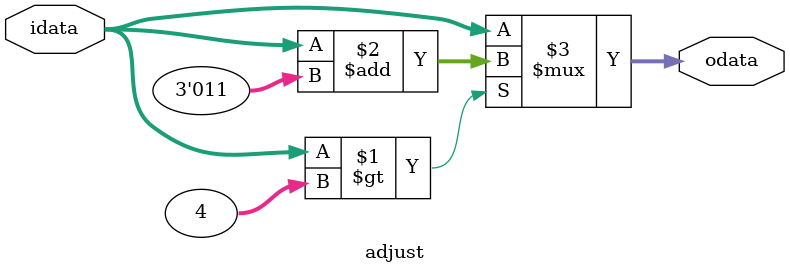
<source format=v>
module adjust (

	input	wire	[3:0]	idata,
	
	output	wire	[3:0]	odata
);

	assign odata = idata > 4 ? idata + 3'd3 : idata;
	
endmodule 
</source>
